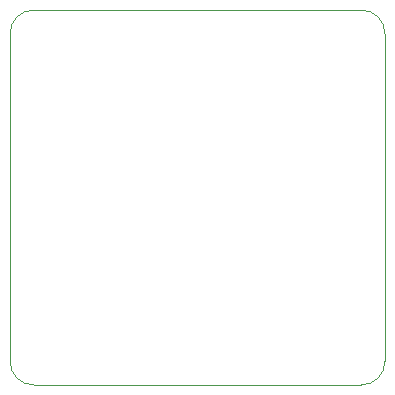
<source format=gm1>
%TF.GenerationSoftware,KiCad,Pcbnew,(5.1.12)-1*%
%TF.CreationDate,2021-12-20T15:12:04-08:00*%
%TF.ProjectId,controlBoard,636f6e74-726f-46c4-926f-6172642e6b69,rev?*%
%TF.SameCoordinates,Original*%
%TF.FileFunction,Profile,NP*%
%FSLAX46Y46*%
G04 Gerber Fmt 4.6, Leading zero omitted, Abs format (unit mm)*
G04 Created by KiCad (PCBNEW (5.1.12)-1) date 2021-12-20 15:12:04*
%MOMM*%
%LPD*%
G01*
G04 APERTURE LIST*
%TA.AperFunction,Profile*%
%ADD10C,0.100000*%
%TD*%
G04 APERTURE END LIST*
D10*
X140750000Y-71250000D02*
X140750000Y-99000000D01*
X170500000Y-69250000D02*
X142750000Y-69250000D01*
X172500000Y-99000000D02*
X172500000Y-71250000D01*
X142750000Y-101000000D02*
X170500000Y-101000000D01*
X142750000Y-101000000D02*
G75*
G02*
X140750000Y-99000000I0J2000000D01*
G01*
X172500000Y-99000000D02*
G75*
G02*
X170500000Y-101000000I-2000000J0D01*
G01*
X170500000Y-69250000D02*
G75*
G02*
X172500000Y-71250000I0J-2000000D01*
G01*
X140750000Y-71250000D02*
G75*
G02*
X142750000Y-69250000I2000000J0D01*
G01*
M02*

</source>
